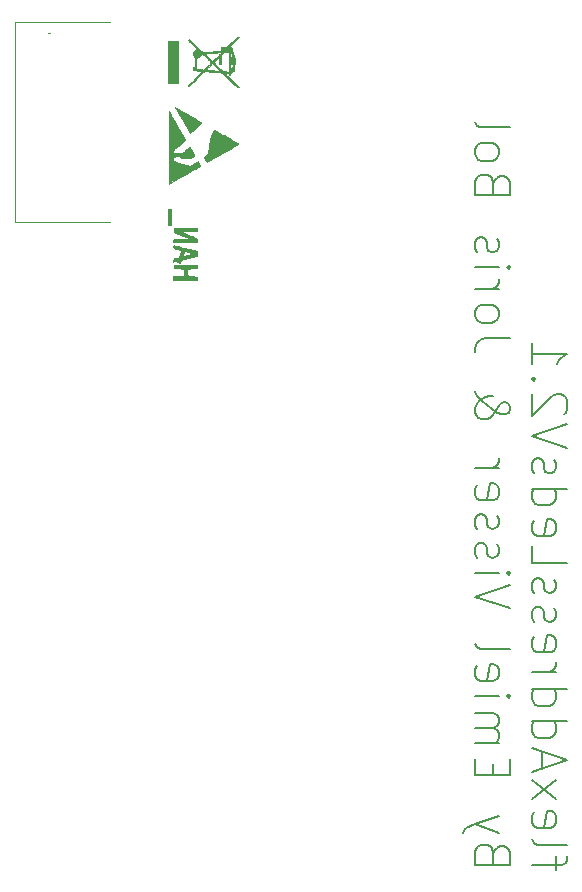
<source format=gbr>
%TF.GenerationSoftware,KiCad,Pcbnew,7.0.9*%
%TF.CreationDate,2023-12-18T15:10:48+01:00*%
%TF.ProjectId,flexAddressLedsV2,666c6578-4164-4647-9265-73734c656473,rev?*%
%TF.SameCoordinates,Original*%
%TF.FileFunction,Legend,Bot*%
%TF.FilePolarity,Positive*%
%FSLAX46Y46*%
G04 Gerber Fmt 4.6, Leading zero omitted, Abs format (unit mm)*
G04 Created by KiCad (PCBNEW 7.0.9) date 2023-12-18 15:10:48*
%MOMM*%
%LPD*%
G01*
G04 APERTURE LIST*
%ADD10C,0.150000*%
%ADD11C,0.100000*%
%ADD12C,0.120000*%
%ADD13C,0.010000*%
G04 APERTURE END LIST*
D10*
X75704942Y-103215601D02*
X75704942Y-102072744D01*
X73704942Y-102787030D02*
X76276371Y-102787030D01*
X76276371Y-102787030D02*
X76562085Y-102644173D01*
X76562085Y-102644173D02*
X76704942Y-102358458D01*
X76704942Y-102358458D02*
X76704942Y-102072744D01*
X73704942Y-100644172D02*
X73847800Y-100929887D01*
X73847800Y-100929887D02*
X74133514Y-101072744D01*
X74133514Y-101072744D02*
X76704942Y-101072744D01*
X73847800Y-98358458D02*
X73704942Y-98644172D01*
X73704942Y-98644172D02*
X73704942Y-99215601D01*
X73704942Y-99215601D02*
X73847800Y-99501315D01*
X73847800Y-99501315D02*
X74133514Y-99644172D01*
X74133514Y-99644172D02*
X75276371Y-99644172D01*
X75276371Y-99644172D02*
X75562085Y-99501315D01*
X75562085Y-99501315D02*
X75704942Y-99215601D01*
X75704942Y-99215601D02*
X75704942Y-98644172D01*
X75704942Y-98644172D02*
X75562085Y-98358458D01*
X75562085Y-98358458D02*
X75276371Y-98215601D01*
X75276371Y-98215601D02*
X74990657Y-98215601D01*
X74990657Y-98215601D02*
X74704942Y-99644172D01*
X73704942Y-97215600D02*
X75704942Y-95644172D01*
X75704942Y-97215600D02*
X73704942Y-95644172D01*
X74562085Y-94644172D02*
X74562085Y-93215601D01*
X73704942Y-94929886D02*
X76704942Y-93929886D01*
X76704942Y-93929886D02*
X73704942Y-92929886D01*
X73704942Y-90644172D02*
X76704942Y-90644172D01*
X73847800Y-90644172D02*
X73704942Y-90929886D01*
X73704942Y-90929886D02*
X73704942Y-91501314D01*
X73704942Y-91501314D02*
X73847800Y-91787029D01*
X73847800Y-91787029D02*
X73990657Y-91929886D01*
X73990657Y-91929886D02*
X74276371Y-92072743D01*
X74276371Y-92072743D02*
X75133514Y-92072743D01*
X75133514Y-92072743D02*
X75419228Y-91929886D01*
X75419228Y-91929886D02*
X75562085Y-91787029D01*
X75562085Y-91787029D02*
X75704942Y-91501314D01*
X75704942Y-91501314D02*
X75704942Y-90929886D01*
X75704942Y-90929886D02*
X75562085Y-90644172D01*
X73704942Y-87929886D02*
X76704942Y-87929886D01*
X73847800Y-87929886D02*
X73704942Y-88215600D01*
X73704942Y-88215600D02*
X73704942Y-88787028D01*
X73704942Y-88787028D02*
X73847800Y-89072743D01*
X73847800Y-89072743D02*
X73990657Y-89215600D01*
X73990657Y-89215600D02*
X74276371Y-89358457D01*
X74276371Y-89358457D02*
X75133514Y-89358457D01*
X75133514Y-89358457D02*
X75419228Y-89215600D01*
X75419228Y-89215600D02*
X75562085Y-89072743D01*
X75562085Y-89072743D02*
X75704942Y-88787028D01*
X75704942Y-88787028D02*
X75704942Y-88215600D01*
X75704942Y-88215600D02*
X75562085Y-87929886D01*
X73704942Y-86501314D02*
X75704942Y-86501314D01*
X75133514Y-86501314D02*
X75419228Y-86358457D01*
X75419228Y-86358457D02*
X75562085Y-86215600D01*
X75562085Y-86215600D02*
X75704942Y-85929885D01*
X75704942Y-85929885D02*
X75704942Y-85644171D01*
X73847800Y-83501314D02*
X73704942Y-83787028D01*
X73704942Y-83787028D02*
X73704942Y-84358457D01*
X73704942Y-84358457D02*
X73847800Y-84644171D01*
X73847800Y-84644171D02*
X74133514Y-84787028D01*
X74133514Y-84787028D02*
X75276371Y-84787028D01*
X75276371Y-84787028D02*
X75562085Y-84644171D01*
X75562085Y-84644171D02*
X75704942Y-84358457D01*
X75704942Y-84358457D02*
X75704942Y-83787028D01*
X75704942Y-83787028D02*
X75562085Y-83501314D01*
X75562085Y-83501314D02*
X75276371Y-83358457D01*
X75276371Y-83358457D02*
X74990657Y-83358457D01*
X74990657Y-83358457D02*
X74704942Y-84787028D01*
X73847800Y-82215599D02*
X73704942Y-81929885D01*
X73704942Y-81929885D02*
X73704942Y-81358456D01*
X73704942Y-81358456D02*
X73847800Y-81072742D01*
X73847800Y-81072742D02*
X74133514Y-80929885D01*
X74133514Y-80929885D02*
X74276371Y-80929885D01*
X74276371Y-80929885D02*
X74562085Y-81072742D01*
X74562085Y-81072742D02*
X74704942Y-81358456D01*
X74704942Y-81358456D02*
X74704942Y-81787028D01*
X74704942Y-81787028D02*
X74847800Y-82072742D01*
X74847800Y-82072742D02*
X75133514Y-82215599D01*
X75133514Y-82215599D02*
X75276371Y-82215599D01*
X75276371Y-82215599D02*
X75562085Y-82072742D01*
X75562085Y-82072742D02*
X75704942Y-81787028D01*
X75704942Y-81787028D02*
X75704942Y-81358456D01*
X75704942Y-81358456D02*
X75562085Y-81072742D01*
X73847800Y-79787028D02*
X73704942Y-79501314D01*
X73704942Y-79501314D02*
X73704942Y-78929885D01*
X73704942Y-78929885D02*
X73847800Y-78644171D01*
X73847800Y-78644171D02*
X74133514Y-78501314D01*
X74133514Y-78501314D02*
X74276371Y-78501314D01*
X74276371Y-78501314D02*
X74562085Y-78644171D01*
X74562085Y-78644171D02*
X74704942Y-78929885D01*
X74704942Y-78929885D02*
X74704942Y-79358457D01*
X74704942Y-79358457D02*
X74847800Y-79644171D01*
X74847800Y-79644171D02*
X75133514Y-79787028D01*
X75133514Y-79787028D02*
X75276371Y-79787028D01*
X75276371Y-79787028D02*
X75562085Y-79644171D01*
X75562085Y-79644171D02*
X75704942Y-79358457D01*
X75704942Y-79358457D02*
X75704942Y-78929885D01*
X75704942Y-78929885D02*
X75562085Y-78644171D01*
X73704942Y-75787028D02*
X73704942Y-77215600D01*
X73704942Y-77215600D02*
X76704942Y-77215600D01*
X73847800Y-73644172D02*
X73704942Y-73929886D01*
X73704942Y-73929886D02*
X73704942Y-74501315D01*
X73704942Y-74501315D02*
X73847800Y-74787029D01*
X73847800Y-74787029D02*
X74133514Y-74929886D01*
X74133514Y-74929886D02*
X75276371Y-74929886D01*
X75276371Y-74929886D02*
X75562085Y-74787029D01*
X75562085Y-74787029D02*
X75704942Y-74501315D01*
X75704942Y-74501315D02*
X75704942Y-73929886D01*
X75704942Y-73929886D02*
X75562085Y-73644172D01*
X75562085Y-73644172D02*
X75276371Y-73501315D01*
X75276371Y-73501315D02*
X74990657Y-73501315D01*
X74990657Y-73501315D02*
X74704942Y-74929886D01*
X73704942Y-70929886D02*
X76704942Y-70929886D01*
X73847800Y-70929886D02*
X73704942Y-71215600D01*
X73704942Y-71215600D02*
X73704942Y-71787028D01*
X73704942Y-71787028D02*
X73847800Y-72072743D01*
X73847800Y-72072743D02*
X73990657Y-72215600D01*
X73990657Y-72215600D02*
X74276371Y-72358457D01*
X74276371Y-72358457D02*
X75133514Y-72358457D01*
X75133514Y-72358457D02*
X75419228Y-72215600D01*
X75419228Y-72215600D02*
X75562085Y-72072743D01*
X75562085Y-72072743D02*
X75704942Y-71787028D01*
X75704942Y-71787028D02*
X75704942Y-71215600D01*
X75704942Y-71215600D02*
X75562085Y-70929886D01*
X73847800Y-69644171D02*
X73704942Y-69358457D01*
X73704942Y-69358457D02*
X73704942Y-68787028D01*
X73704942Y-68787028D02*
X73847800Y-68501314D01*
X73847800Y-68501314D02*
X74133514Y-68358457D01*
X74133514Y-68358457D02*
X74276371Y-68358457D01*
X74276371Y-68358457D02*
X74562085Y-68501314D01*
X74562085Y-68501314D02*
X74704942Y-68787028D01*
X74704942Y-68787028D02*
X74704942Y-69215600D01*
X74704942Y-69215600D02*
X74847800Y-69501314D01*
X74847800Y-69501314D02*
X75133514Y-69644171D01*
X75133514Y-69644171D02*
X75276371Y-69644171D01*
X75276371Y-69644171D02*
X75562085Y-69501314D01*
X75562085Y-69501314D02*
X75704942Y-69215600D01*
X75704942Y-69215600D02*
X75704942Y-68787028D01*
X75704942Y-68787028D02*
X75562085Y-68501314D01*
X76704942Y-67501314D02*
X73704942Y-66501314D01*
X73704942Y-66501314D02*
X76704942Y-65501314D01*
X76419228Y-64644171D02*
X76562085Y-64501314D01*
X76562085Y-64501314D02*
X76704942Y-64215600D01*
X76704942Y-64215600D02*
X76704942Y-63501314D01*
X76704942Y-63501314D02*
X76562085Y-63215600D01*
X76562085Y-63215600D02*
X76419228Y-63072742D01*
X76419228Y-63072742D02*
X76133514Y-62929885D01*
X76133514Y-62929885D02*
X75847800Y-62929885D01*
X75847800Y-62929885D02*
X75419228Y-63072742D01*
X75419228Y-63072742D02*
X73704942Y-64787028D01*
X73704942Y-64787028D02*
X73704942Y-62929885D01*
X73990657Y-61644171D02*
X73847800Y-61501314D01*
X73847800Y-61501314D02*
X73704942Y-61644171D01*
X73704942Y-61644171D02*
X73847800Y-61787028D01*
X73847800Y-61787028D02*
X73990657Y-61644171D01*
X73990657Y-61644171D02*
X73704942Y-61644171D01*
X73704942Y-58644171D02*
X73704942Y-60358457D01*
X73704942Y-59501314D02*
X76704942Y-59501314D01*
X76704942Y-59501314D02*
X76276371Y-59787028D01*
X76276371Y-59787028D02*
X75990657Y-60072743D01*
X75990657Y-60072743D02*
X75847800Y-60358457D01*
X70446371Y-101787030D02*
X70303514Y-101358458D01*
X70303514Y-101358458D02*
X70160657Y-101215601D01*
X70160657Y-101215601D02*
X69874942Y-101072744D01*
X69874942Y-101072744D02*
X69446371Y-101072744D01*
X69446371Y-101072744D02*
X69160657Y-101215601D01*
X69160657Y-101215601D02*
X69017800Y-101358458D01*
X69017800Y-101358458D02*
X68874942Y-101644173D01*
X68874942Y-101644173D02*
X68874942Y-102787030D01*
X68874942Y-102787030D02*
X71874942Y-102787030D01*
X71874942Y-102787030D02*
X71874942Y-101787030D01*
X71874942Y-101787030D02*
X71732085Y-101501316D01*
X71732085Y-101501316D02*
X71589228Y-101358458D01*
X71589228Y-101358458D02*
X71303514Y-101215601D01*
X71303514Y-101215601D02*
X71017800Y-101215601D01*
X71017800Y-101215601D02*
X70732085Y-101358458D01*
X70732085Y-101358458D02*
X70589228Y-101501316D01*
X70589228Y-101501316D02*
X70446371Y-101787030D01*
X70446371Y-101787030D02*
X70446371Y-102787030D01*
X70874942Y-100072744D02*
X68874942Y-99358458D01*
X70874942Y-98644173D02*
X68874942Y-99358458D01*
X68874942Y-99358458D02*
X68160657Y-99644173D01*
X68160657Y-99644173D02*
X68017800Y-99787030D01*
X68017800Y-99787030D02*
X67874942Y-100072744D01*
X70446371Y-95215602D02*
X70446371Y-94215602D01*
X68874942Y-93787030D02*
X68874942Y-95215602D01*
X68874942Y-95215602D02*
X71874942Y-95215602D01*
X71874942Y-95215602D02*
X71874942Y-93787030D01*
X68874942Y-92501316D02*
X70874942Y-92501316D01*
X70589228Y-92501316D02*
X70732085Y-92358459D01*
X70732085Y-92358459D02*
X70874942Y-92072744D01*
X70874942Y-92072744D02*
X70874942Y-91644173D01*
X70874942Y-91644173D02*
X70732085Y-91358459D01*
X70732085Y-91358459D02*
X70446371Y-91215602D01*
X70446371Y-91215602D02*
X68874942Y-91215602D01*
X70446371Y-91215602D02*
X70732085Y-91072744D01*
X70732085Y-91072744D02*
X70874942Y-90787030D01*
X70874942Y-90787030D02*
X70874942Y-90358459D01*
X70874942Y-90358459D02*
X70732085Y-90072744D01*
X70732085Y-90072744D02*
X70446371Y-89929887D01*
X70446371Y-89929887D02*
X68874942Y-89929887D01*
X68874942Y-88501316D02*
X70874942Y-88501316D01*
X71874942Y-88501316D02*
X71732085Y-88644173D01*
X71732085Y-88644173D02*
X71589228Y-88501316D01*
X71589228Y-88501316D02*
X71732085Y-88358459D01*
X71732085Y-88358459D02*
X71874942Y-88501316D01*
X71874942Y-88501316D02*
X71589228Y-88501316D01*
X69017800Y-85929888D02*
X68874942Y-86215602D01*
X68874942Y-86215602D02*
X68874942Y-86787031D01*
X68874942Y-86787031D02*
X69017800Y-87072745D01*
X69017800Y-87072745D02*
X69303514Y-87215602D01*
X69303514Y-87215602D02*
X70446371Y-87215602D01*
X70446371Y-87215602D02*
X70732085Y-87072745D01*
X70732085Y-87072745D02*
X70874942Y-86787031D01*
X70874942Y-86787031D02*
X70874942Y-86215602D01*
X70874942Y-86215602D02*
X70732085Y-85929888D01*
X70732085Y-85929888D02*
X70446371Y-85787031D01*
X70446371Y-85787031D02*
X70160657Y-85787031D01*
X70160657Y-85787031D02*
X69874942Y-87215602D01*
X68874942Y-84072744D02*
X69017800Y-84358459D01*
X69017800Y-84358459D02*
X69303514Y-84501316D01*
X69303514Y-84501316D02*
X71874942Y-84501316D01*
X71874942Y-81072744D02*
X68874942Y-80072744D01*
X68874942Y-80072744D02*
X71874942Y-79072744D01*
X68874942Y-78072744D02*
X70874942Y-78072744D01*
X71874942Y-78072744D02*
X71732085Y-78215601D01*
X71732085Y-78215601D02*
X71589228Y-78072744D01*
X71589228Y-78072744D02*
X71732085Y-77929887D01*
X71732085Y-77929887D02*
X71874942Y-78072744D01*
X71874942Y-78072744D02*
X71589228Y-78072744D01*
X69017800Y-76787030D02*
X68874942Y-76501316D01*
X68874942Y-76501316D02*
X68874942Y-75929887D01*
X68874942Y-75929887D02*
X69017800Y-75644173D01*
X69017800Y-75644173D02*
X69303514Y-75501316D01*
X69303514Y-75501316D02*
X69446371Y-75501316D01*
X69446371Y-75501316D02*
X69732085Y-75644173D01*
X69732085Y-75644173D02*
X69874942Y-75929887D01*
X69874942Y-75929887D02*
X69874942Y-76358459D01*
X69874942Y-76358459D02*
X70017800Y-76644173D01*
X70017800Y-76644173D02*
X70303514Y-76787030D01*
X70303514Y-76787030D02*
X70446371Y-76787030D01*
X70446371Y-76787030D02*
X70732085Y-76644173D01*
X70732085Y-76644173D02*
X70874942Y-76358459D01*
X70874942Y-76358459D02*
X70874942Y-75929887D01*
X70874942Y-75929887D02*
X70732085Y-75644173D01*
X69017800Y-74358459D02*
X68874942Y-74072745D01*
X68874942Y-74072745D02*
X68874942Y-73501316D01*
X68874942Y-73501316D02*
X69017800Y-73215602D01*
X69017800Y-73215602D02*
X69303514Y-73072745D01*
X69303514Y-73072745D02*
X69446371Y-73072745D01*
X69446371Y-73072745D02*
X69732085Y-73215602D01*
X69732085Y-73215602D02*
X69874942Y-73501316D01*
X69874942Y-73501316D02*
X69874942Y-73929888D01*
X69874942Y-73929888D02*
X70017800Y-74215602D01*
X70017800Y-74215602D02*
X70303514Y-74358459D01*
X70303514Y-74358459D02*
X70446371Y-74358459D01*
X70446371Y-74358459D02*
X70732085Y-74215602D01*
X70732085Y-74215602D02*
X70874942Y-73929888D01*
X70874942Y-73929888D02*
X70874942Y-73501316D01*
X70874942Y-73501316D02*
X70732085Y-73215602D01*
X69017800Y-70644174D02*
X68874942Y-70929888D01*
X68874942Y-70929888D02*
X68874942Y-71501317D01*
X68874942Y-71501317D02*
X69017800Y-71787031D01*
X69017800Y-71787031D02*
X69303514Y-71929888D01*
X69303514Y-71929888D02*
X70446371Y-71929888D01*
X70446371Y-71929888D02*
X70732085Y-71787031D01*
X70732085Y-71787031D02*
X70874942Y-71501317D01*
X70874942Y-71501317D02*
X70874942Y-70929888D01*
X70874942Y-70929888D02*
X70732085Y-70644174D01*
X70732085Y-70644174D02*
X70446371Y-70501317D01*
X70446371Y-70501317D02*
X70160657Y-70501317D01*
X70160657Y-70501317D02*
X69874942Y-71929888D01*
X68874942Y-69215602D02*
X70874942Y-69215602D01*
X70303514Y-69215602D02*
X70589228Y-69072745D01*
X70589228Y-69072745D02*
X70732085Y-68929888D01*
X70732085Y-68929888D02*
X70874942Y-68644173D01*
X70874942Y-68644173D02*
X70874942Y-68358459D01*
X68874942Y-62644173D02*
X68874942Y-62787031D01*
X68874942Y-62787031D02*
X69017800Y-63072745D01*
X69017800Y-63072745D02*
X69446371Y-63501316D01*
X69446371Y-63501316D02*
X70303514Y-64215602D01*
X70303514Y-64215602D02*
X70732085Y-64501316D01*
X70732085Y-64501316D02*
X71160657Y-64644173D01*
X71160657Y-64644173D02*
X71446371Y-64644173D01*
X71446371Y-64644173D02*
X71732085Y-64501316D01*
X71732085Y-64501316D02*
X71874942Y-64215602D01*
X71874942Y-64215602D02*
X71874942Y-64072745D01*
X71874942Y-64072745D02*
X71732085Y-63787031D01*
X71732085Y-63787031D02*
X71446371Y-63644173D01*
X71446371Y-63644173D02*
X71303514Y-63644173D01*
X71303514Y-63644173D02*
X71017800Y-63787031D01*
X71017800Y-63787031D02*
X70874942Y-63929888D01*
X70874942Y-63929888D02*
X70303514Y-64787031D01*
X70303514Y-64787031D02*
X70160657Y-64929888D01*
X70160657Y-64929888D02*
X69874942Y-65072745D01*
X69874942Y-65072745D02*
X69446371Y-65072745D01*
X69446371Y-65072745D02*
X69160657Y-64929888D01*
X69160657Y-64929888D02*
X69017800Y-64787031D01*
X69017800Y-64787031D02*
X68874942Y-64501316D01*
X68874942Y-64501316D02*
X68874942Y-64072745D01*
X68874942Y-64072745D02*
X69017800Y-63787031D01*
X69017800Y-63787031D02*
X69160657Y-63644173D01*
X69160657Y-63644173D02*
X69732085Y-63215602D01*
X69732085Y-63215602D02*
X70160657Y-63072745D01*
X70160657Y-63072745D02*
X70446371Y-63072745D01*
X71874942Y-58215602D02*
X69732085Y-58215602D01*
X69732085Y-58215602D02*
X69303514Y-58358459D01*
X69303514Y-58358459D02*
X69017800Y-58644173D01*
X69017800Y-58644173D02*
X68874942Y-59072745D01*
X68874942Y-59072745D02*
X68874942Y-59358459D01*
X68874942Y-56358459D02*
X69017800Y-56644174D01*
X69017800Y-56644174D02*
X69160657Y-56787031D01*
X69160657Y-56787031D02*
X69446371Y-56929888D01*
X69446371Y-56929888D02*
X70303514Y-56929888D01*
X70303514Y-56929888D02*
X70589228Y-56787031D01*
X70589228Y-56787031D02*
X70732085Y-56644174D01*
X70732085Y-56644174D02*
X70874942Y-56358459D01*
X70874942Y-56358459D02*
X70874942Y-55929888D01*
X70874942Y-55929888D02*
X70732085Y-55644174D01*
X70732085Y-55644174D02*
X70589228Y-55501317D01*
X70589228Y-55501317D02*
X70303514Y-55358459D01*
X70303514Y-55358459D02*
X69446371Y-55358459D01*
X69446371Y-55358459D02*
X69160657Y-55501317D01*
X69160657Y-55501317D02*
X69017800Y-55644174D01*
X69017800Y-55644174D02*
X68874942Y-55929888D01*
X68874942Y-55929888D02*
X68874942Y-56358459D01*
X68874942Y-54072745D02*
X70874942Y-54072745D01*
X70303514Y-54072745D02*
X70589228Y-53929888D01*
X70589228Y-53929888D02*
X70732085Y-53787031D01*
X70732085Y-53787031D02*
X70874942Y-53501316D01*
X70874942Y-53501316D02*
X70874942Y-53215602D01*
X68874942Y-52215602D02*
X70874942Y-52215602D01*
X71874942Y-52215602D02*
X71732085Y-52358459D01*
X71732085Y-52358459D02*
X71589228Y-52215602D01*
X71589228Y-52215602D02*
X71732085Y-52072745D01*
X71732085Y-52072745D02*
X71874942Y-52215602D01*
X71874942Y-52215602D02*
X71589228Y-52215602D01*
X69017800Y-50929888D02*
X68874942Y-50644174D01*
X68874942Y-50644174D02*
X68874942Y-50072745D01*
X68874942Y-50072745D02*
X69017800Y-49787031D01*
X69017800Y-49787031D02*
X69303514Y-49644174D01*
X69303514Y-49644174D02*
X69446371Y-49644174D01*
X69446371Y-49644174D02*
X69732085Y-49787031D01*
X69732085Y-49787031D02*
X69874942Y-50072745D01*
X69874942Y-50072745D02*
X69874942Y-50501317D01*
X69874942Y-50501317D02*
X70017800Y-50787031D01*
X70017800Y-50787031D02*
X70303514Y-50929888D01*
X70303514Y-50929888D02*
X70446371Y-50929888D01*
X70446371Y-50929888D02*
X70732085Y-50787031D01*
X70732085Y-50787031D02*
X70874942Y-50501317D01*
X70874942Y-50501317D02*
X70874942Y-50072745D01*
X70874942Y-50072745D02*
X70732085Y-49787031D01*
X70446371Y-45072746D02*
X70303514Y-44644174D01*
X70303514Y-44644174D02*
X70160657Y-44501317D01*
X70160657Y-44501317D02*
X69874942Y-44358460D01*
X69874942Y-44358460D02*
X69446371Y-44358460D01*
X69446371Y-44358460D02*
X69160657Y-44501317D01*
X69160657Y-44501317D02*
X69017800Y-44644174D01*
X69017800Y-44644174D02*
X68874942Y-44929889D01*
X68874942Y-44929889D02*
X68874942Y-46072746D01*
X68874942Y-46072746D02*
X71874942Y-46072746D01*
X71874942Y-46072746D02*
X71874942Y-45072746D01*
X71874942Y-45072746D02*
X71732085Y-44787032D01*
X71732085Y-44787032D02*
X71589228Y-44644174D01*
X71589228Y-44644174D02*
X71303514Y-44501317D01*
X71303514Y-44501317D02*
X71017800Y-44501317D01*
X71017800Y-44501317D02*
X70732085Y-44644174D01*
X70732085Y-44644174D02*
X70589228Y-44787032D01*
X70589228Y-44787032D02*
X70446371Y-45072746D01*
X70446371Y-45072746D02*
X70446371Y-46072746D01*
X68874942Y-42644174D02*
X69017800Y-42929889D01*
X69017800Y-42929889D02*
X69160657Y-43072746D01*
X69160657Y-43072746D02*
X69446371Y-43215603D01*
X69446371Y-43215603D02*
X70303514Y-43215603D01*
X70303514Y-43215603D02*
X70589228Y-43072746D01*
X70589228Y-43072746D02*
X70732085Y-42929889D01*
X70732085Y-42929889D02*
X70874942Y-42644174D01*
X70874942Y-42644174D02*
X70874942Y-42215603D01*
X70874942Y-42215603D02*
X70732085Y-41929889D01*
X70732085Y-41929889D02*
X70589228Y-41787032D01*
X70589228Y-41787032D02*
X70303514Y-41644174D01*
X70303514Y-41644174D02*
X69446371Y-41644174D01*
X69446371Y-41644174D02*
X69160657Y-41787032D01*
X69160657Y-41787032D02*
X69017800Y-41929889D01*
X69017800Y-41929889D02*
X68874942Y-42215603D01*
X68874942Y-42215603D02*
X68874942Y-42644174D01*
X68874942Y-39929888D02*
X69017800Y-40215603D01*
X69017800Y-40215603D02*
X69303514Y-40358460D01*
X69303514Y-40358460D02*
X71874942Y-40358460D01*
D11*
%TO.C,J1*%
X32898000Y-32400000D02*
G75*
G03*
X32798000Y-32400000I-50000J0D01*
G01*
X32798000Y-32400000D02*
G75*
G03*
X32898000Y-32400000I50000J0D01*
G01*
D12*
X29900000Y-48395000D02*
X38000000Y-48395000D01*
D11*
X32798000Y-32400000D02*
X32798000Y-32400000D01*
X32848000Y-32350000D02*
X32898000Y-32400000D01*
D12*
X29900000Y-31400000D02*
X29900000Y-48395000D01*
X38000000Y-31400000D02*
X29900000Y-31400000D01*
%TO.C,REF\u002A\u002A*%
D13*
X42961696Y-38976054D02*
X42982917Y-39011311D01*
X43017080Y-39069221D01*
X43062829Y-39147430D01*
X43118810Y-39243583D01*
X43183667Y-39355323D01*
X43256046Y-39480296D01*
X43334591Y-39616146D01*
X43417946Y-39760518D01*
X43504757Y-39911056D01*
X43593668Y-40065405D01*
X43683324Y-40221210D01*
X43772371Y-40376116D01*
X43859452Y-40527766D01*
X43943212Y-40673806D01*
X44022297Y-40811881D01*
X44095351Y-40939634D01*
X44161019Y-41054711D01*
X44217946Y-41154756D01*
X44264776Y-41237414D01*
X44300154Y-41300329D01*
X44322726Y-41341147D01*
X44331136Y-41357511D01*
X44329051Y-41368189D01*
X44310092Y-41400358D01*
X44274968Y-41446221D01*
X44227331Y-41500740D01*
X44179644Y-41549845D01*
X44114684Y-41612389D01*
X44038845Y-41682368D01*
X43956302Y-41756196D01*
X43871232Y-41830285D01*
X43787810Y-41901048D01*
X43710211Y-41964898D01*
X43642611Y-42018247D01*
X43589186Y-42057509D01*
X43554111Y-42079095D01*
X43528495Y-42093506D01*
X43475484Y-42132643D01*
X43419088Y-42182958D01*
X43366538Y-42237276D01*
X43325070Y-42288424D01*
X43301914Y-42329227D01*
X43296562Y-42374292D01*
X43311355Y-42434426D01*
X43345274Y-42491579D01*
X43393947Y-42535933D01*
X43406575Y-42543613D01*
X43427257Y-42553392D01*
X43452146Y-42559765D01*
X43486591Y-42563142D01*
X43535938Y-42563931D01*
X43605536Y-42562541D01*
X43700732Y-42559381D01*
X43755798Y-42557116D01*
X43842883Y-42552304D01*
X43919101Y-42546625D01*
X43977751Y-42540608D01*
X44012134Y-42534783D01*
X44051412Y-42520679D01*
X44128760Y-42478866D01*
X44220409Y-42413895D01*
X44327433Y-42324970D01*
X44450910Y-42211300D01*
X44502934Y-42161972D01*
X44564304Y-42104938D01*
X44616335Y-42057864D01*
X44654734Y-42024624D01*
X44675204Y-42009089D01*
X44678454Y-42007492D01*
X44692447Y-42005577D01*
X44707961Y-42015145D01*
X44728341Y-42040115D01*
X44756929Y-42084406D01*
X44797068Y-42151938D01*
X44830578Y-42209347D01*
X44891877Y-42314992D01*
X44939491Y-42398171D01*
X44974967Y-42461678D01*
X44999851Y-42508306D01*
X45015687Y-42540850D01*
X45024023Y-42562104D01*
X45033272Y-42584097D01*
X45045693Y-42596951D01*
X45048622Y-42598154D01*
X45064916Y-42616961D01*
X45085902Y-42651335D01*
X45115190Y-42705719D01*
X45077808Y-42745874D01*
X45062664Y-42760057D01*
X45021507Y-42793055D01*
X44966555Y-42833346D01*
X44905469Y-42875182D01*
X44770511Y-42964336D01*
X44420638Y-42960837D01*
X44070765Y-42957339D01*
X44021267Y-42906393D01*
X44003621Y-42889274D01*
X43924340Y-42834376D01*
X43830065Y-42802330D01*
X43716220Y-42791412D01*
X43655221Y-42794123D01*
X43547622Y-42813261D01*
X43449417Y-42848141D01*
X43370618Y-42895742D01*
X43341886Y-42928795D01*
X43320063Y-42987549D01*
X43317546Y-43054061D01*
X43333172Y-43119816D01*
X43365780Y-43176301D01*
X43414207Y-43215003D01*
X43416832Y-43216270D01*
X43464775Y-43239663D01*
X43514878Y-43264439D01*
X43561913Y-43285472D01*
X43641190Y-43315644D01*
X43738928Y-43348932D01*
X43850772Y-43384179D01*
X43972366Y-43420229D01*
X44099355Y-43455925D01*
X44227384Y-43490110D01*
X44352098Y-43521627D01*
X44469141Y-43549320D01*
X44574157Y-43572032D01*
X44662791Y-43588606D01*
X44730688Y-43597885D01*
X44773493Y-43598714D01*
X44783218Y-43596847D01*
X44832444Y-43578658D01*
X44898301Y-43544907D01*
X44974835Y-43498555D01*
X45002415Y-43480764D01*
X45114878Y-43409282D01*
X45213228Y-43348520D01*
X45295168Y-43299817D01*
X45358395Y-43264514D01*
X45400610Y-43243952D01*
X45419513Y-43239469D01*
X45420180Y-43239988D01*
X45433795Y-43258545D01*
X45458681Y-43298202D01*
X45491524Y-43353526D01*
X45529012Y-43419084D01*
X45532124Y-43424626D01*
X45571288Y-43495807D01*
X45596264Y-43545381D01*
X45608842Y-43577906D01*
X45610811Y-43597942D01*
X45603960Y-43610047D01*
X45595375Y-43615802D01*
X45561654Y-43636365D01*
X45504800Y-43670179D01*
X45427032Y-43715950D01*
X45330568Y-43772383D01*
X45217629Y-43838184D01*
X45090432Y-43912058D01*
X44951197Y-43992711D01*
X44802143Y-44078848D01*
X44645488Y-44169175D01*
X44602479Y-44193947D01*
X44432425Y-44291900D01*
X44261246Y-44390509D01*
X44092438Y-44487760D01*
X43929497Y-44581638D01*
X43775918Y-44670131D01*
X43635199Y-44751222D01*
X43510834Y-44822898D01*
X43406320Y-44883144D01*
X43325153Y-44929947D01*
X42941829Y-45151030D01*
X42941829Y-42051076D01*
X42941841Y-41922921D01*
X42941958Y-41617500D01*
X42942198Y-41321432D01*
X42942556Y-41036159D01*
X42943024Y-40763123D01*
X42943597Y-40503765D01*
X42944268Y-40259527D01*
X42945032Y-40031849D01*
X42945881Y-39822174D01*
X42946811Y-39631943D01*
X42947814Y-39462597D01*
X42948885Y-39315578D01*
X42950017Y-39192327D01*
X42951204Y-39094286D01*
X42952441Y-39022896D01*
X42953720Y-38979598D01*
X42955037Y-38965835D01*
X42961696Y-38976054D01*
G36*
X42961696Y-38976054D02*
G01*
X42982917Y-39011311D01*
X43017080Y-39069221D01*
X43062829Y-39147430D01*
X43118810Y-39243583D01*
X43183667Y-39355323D01*
X43256046Y-39480296D01*
X43334591Y-39616146D01*
X43417946Y-39760518D01*
X43504757Y-39911056D01*
X43593668Y-40065405D01*
X43683324Y-40221210D01*
X43772371Y-40376116D01*
X43859452Y-40527766D01*
X43943212Y-40673806D01*
X44022297Y-40811881D01*
X44095351Y-40939634D01*
X44161019Y-41054711D01*
X44217946Y-41154756D01*
X44264776Y-41237414D01*
X44300154Y-41300329D01*
X44322726Y-41341147D01*
X44331136Y-41357511D01*
X44329051Y-41368189D01*
X44310092Y-41400358D01*
X44274968Y-41446221D01*
X44227331Y-41500740D01*
X44179644Y-41549845D01*
X44114684Y-41612389D01*
X44038845Y-41682368D01*
X43956302Y-41756196D01*
X43871232Y-41830285D01*
X43787810Y-41901048D01*
X43710211Y-41964898D01*
X43642611Y-42018247D01*
X43589186Y-42057509D01*
X43554111Y-42079095D01*
X43528495Y-42093506D01*
X43475484Y-42132643D01*
X43419088Y-42182958D01*
X43366538Y-42237276D01*
X43325070Y-42288424D01*
X43301914Y-42329227D01*
X43296562Y-42374292D01*
X43311355Y-42434426D01*
X43345274Y-42491579D01*
X43393947Y-42535933D01*
X43406575Y-42543613D01*
X43427257Y-42553392D01*
X43452146Y-42559765D01*
X43486591Y-42563142D01*
X43535938Y-42563931D01*
X43605536Y-42562541D01*
X43700732Y-42559381D01*
X43755798Y-42557116D01*
X43842883Y-42552304D01*
X43919101Y-42546625D01*
X43977751Y-42540608D01*
X44012134Y-42534783D01*
X44051412Y-42520679D01*
X44128760Y-42478866D01*
X44220409Y-42413895D01*
X44327433Y-42324970D01*
X44450910Y-42211300D01*
X44502934Y-42161972D01*
X44564304Y-42104938D01*
X44616335Y-42057864D01*
X44654734Y-42024624D01*
X44675204Y-42009089D01*
X44678454Y-42007492D01*
X44692447Y-42005577D01*
X44707961Y-42015145D01*
X44728341Y-42040115D01*
X44756929Y-42084406D01*
X44797068Y-42151938D01*
X44830578Y-42209347D01*
X44891877Y-42314992D01*
X44939491Y-42398171D01*
X44974967Y-42461678D01*
X44999851Y-42508306D01*
X45015687Y-42540850D01*
X45024023Y-42562104D01*
X45033272Y-42584097D01*
X45045693Y-42596951D01*
X45048622Y-42598154D01*
X45064916Y-42616961D01*
X45085902Y-42651335D01*
X45115190Y-42705719D01*
X45077808Y-42745874D01*
X45062664Y-42760057D01*
X45021507Y-42793055D01*
X44966555Y-42833346D01*
X44905469Y-42875182D01*
X44770511Y-42964336D01*
X44420638Y-42960837D01*
X44070765Y-42957339D01*
X44021267Y-42906393D01*
X44003621Y-42889274D01*
X43924340Y-42834376D01*
X43830065Y-42802330D01*
X43716220Y-42791412D01*
X43655221Y-42794123D01*
X43547622Y-42813261D01*
X43449417Y-42848141D01*
X43370618Y-42895742D01*
X43341886Y-42928795D01*
X43320063Y-42987549D01*
X43317546Y-43054061D01*
X43333172Y-43119816D01*
X43365780Y-43176301D01*
X43414207Y-43215003D01*
X43416832Y-43216270D01*
X43464775Y-43239663D01*
X43514878Y-43264439D01*
X43561913Y-43285472D01*
X43641190Y-43315644D01*
X43738928Y-43348932D01*
X43850772Y-43384179D01*
X43972366Y-43420229D01*
X44099355Y-43455925D01*
X44227384Y-43490110D01*
X44352098Y-43521627D01*
X44469141Y-43549320D01*
X44574157Y-43572032D01*
X44662791Y-43588606D01*
X44730688Y-43597885D01*
X44773493Y-43598714D01*
X44783218Y-43596847D01*
X44832444Y-43578658D01*
X44898301Y-43544907D01*
X44974835Y-43498555D01*
X45002415Y-43480764D01*
X45114878Y-43409282D01*
X45213228Y-43348520D01*
X45295168Y-43299817D01*
X45358395Y-43264514D01*
X45400610Y-43243952D01*
X45419513Y-43239469D01*
X45420180Y-43239988D01*
X45433795Y-43258545D01*
X45458681Y-43298202D01*
X45491524Y-43353526D01*
X45529012Y-43419084D01*
X45532124Y-43424626D01*
X45571288Y-43495807D01*
X45596264Y-43545381D01*
X45608842Y-43577906D01*
X45610811Y-43597942D01*
X45603960Y-43610047D01*
X45595375Y-43615802D01*
X45561654Y-43636365D01*
X45504800Y-43670179D01*
X45427032Y-43715950D01*
X45330568Y-43772383D01*
X45217629Y-43838184D01*
X45090432Y-43912058D01*
X44951197Y-43992711D01*
X44802143Y-44078848D01*
X44645488Y-44169175D01*
X44602479Y-44193947D01*
X44432425Y-44291900D01*
X44261246Y-44390509D01*
X44092438Y-44487760D01*
X43929497Y-44581638D01*
X43775918Y-44670131D01*
X43635199Y-44751222D01*
X43510834Y-44822898D01*
X43406320Y-44883144D01*
X43325153Y-44929947D01*
X42941829Y-45151030D01*
X42941829Y-42051076D01*
X42941841Y-41922921D01*
X42941958Y-41617500D01*
X42942198Y-41321432D01*
X42942556Y-41036159D01*
X42943024Y-40763123D01*
X42943597Y-40503765D01*
X42944268Y-40259527D01*
X42945032Y-40031849D01*
X42945881Y-39822174D01*
X42946811Y-39631943D01*
X42947814Y-39462597D01*
X42948885Y-39315578D01*
X42950017Y-39192327D01*
X42951204Y-39094286D01*
X42952441Y-39022896D01*
X42953720Y-38979598D01*
X42955037Y-38965835D01*
X42961696Y-38976054D01*
G37*
X46787630Y-40568446D02*
X46809138Y-40579280D01*
X46854178Y-40603845D01*
X46920228Y-40640685D01*
X47004767Y-40688347D01*
X47105273Y-40745376D01*
X47219224Y-40810318D01*
X47344099Y-40881719D01*
X47477376Y-40958124D01*
X47616533Y-41038079D01*
X47759049Y-41120130D01*
X47902402Y-41202822D01*
X48044070Y-41284701D01*
X48181532Y-41364313D01*
X48312266Y-41440204D01*
X48433750Y-41510919D01*
X48543462Y-41575004D01*
X48638882Y-41631004D01*
X48717486Y-41677466D01*
X48776755Y-41712935D01*
X48814165Y-41735957D01*
X48827195Y-41745077D01*
X48826825Y-41745560D01*
X48809489Y-41757093D01*
X48767838Y-41782500D01*
X48704089Y-41820507D01*
X48620455Y-41869837D01*
X48519151Y-41929213D01*
X48402391Y-41997359D01*
X48272392Y-42073000D01*
X48131367Y-42154859D01*
X47981532Y-42241660D01*
X47825100Y-42332126D01*
X47664287Y-42424982D01*
X47501307Y-42518951D01*
X47338376Y-42612757D01*
X47177708Y-42705124D01*
X47021518Y-42794776D01*
X46872020Y-42880436D01*
X46731429Y-42960828D01*
X46601960Y-43034677D01*
X46485828Y-43100705D01*
X46385248Y-43157637D01*
X46302433Y-43204197D01*
X46239600Y-43239108D01*
X46198963Y-43261094D01*
X46182736Y-43268879D01*
X46182612Y-43268887D01*
X46165584Y-43256333D01*
X46136721Y-43220258D01*
X46098753Y-43164417D01*
X46054413Y-43092561D01*
X46026048Y-43044373D01*
X45986604Y-42975032D01*
X45961746Y-42926734D01*
X45950076Y-42896242D01*
X45950194Y-42880320D01*
X45960703Y-42875732D01*
X45962417Y-42875382D01*
X45983318Y-42862268D01*
X46018861Y-42834000D01*
X46062417Y-42795786D01*
X46081125Y-42778155D01*
X46131488Y-42723482D01*
X46174535Y-42663022D01*
X46211527Y-42593182D01*
X46243727Y-42510370D01*
X46272398Y-42410992D01*
X46298802Y-42291455D01*
X46324200Y-42148166D01*
X46349855Y-41977531D01*
X46378773Y-41781134D01*
X46409827Y-41591274D01*
X46440956Y-41425260D01*
X46473058Y-41279382D01*
X46507031Y-41149927D01*
X46543774Y-41033183D01*
X46584183Y-40925440D01*
X46629157Y-40822985D01*
X46666246Y-40747688D01*
X46705275Y-40675765D01*
X46740118Y-40618886D01*
X46768035Y-40581499D01*
X46786286Y-40568049D01*
X46787630Y-40568446D01*
G36*
X46787630Y-40568446D02*
G01*
X46809138Y-40579280D01*
X46854178Y-40603845D01*
X46920228Y-40640685D01*
X47004767Y-40688347D01*
X47105273Y-40745376D01*
X47219224Y-40810318D01*
X47344099Y-40881719D01*
X47477376Y-40958124D01*
X47616533Y-41038079D01*
X47759049Y-41120130D01*
X47902402Y-41202822D01*
X48044070Y-41284701D01*
X48181532Y-41364313D01*
X48312266Y-41440204D01*
X48433750Y-41510919D01*
X48543462Y-41575004D01*
X48638882Y-41631004D01*
X48717486Y-41677466D01*
X48776755Y-41712935D01*
X48814165Y-41735957D01*
X48827195Y-41745077D01*
X48826825Y-41745560D01*
X48809489Y-41757093D01*
X48767838Y-41782500D01*
X48704089Y-41820507D01*
X48620455Y-41869837D01*
X48519151Y-41929213D01*
X48402391Y-41997359D01*
X48272392Y-42073000D01*
X48131367Y-42154859D01*
X47981532Y-42241660D01*
X47825100Y-42332126D01*
X47664287Y-42424982D01*
X47501307Y-42518951D01*
X47338376Y-42612757D01*
X47177708Y-42705124D01*
X47021518Y-42794776D01*
X46872020Y-42880436D01*
X46731429Y-42960828D01*
X46601960Y-43034677D01*
X46485828Y-43100705D01*
X46385248Y-43157637D01*
X46302433Y-43204197D01*
X46239600Y-43239108D01*
X46198963Y-43261094D01*
X46182736Y-43268879D01*
X46182612Y-43268887D01*
X46165584Y-43256333D01*
X46136721Y-43220258D01*
X46098753Y-43164417D01*
X46054413Y-43092561D01*
X46026048Y-43044373D01*
X45986604Y-42975032D01*
X45961746Y-42926734D01*
X45950076Y-42896242D01*
X45950194Y-42880320D01*
X45960703Y-42875732D01*
X45962417Y-42875382D01*
X45983318Y-42862268D01*
X46018861Y-42834000D01*
X46062417Y-42795786D01*
X46081125Y-42778155D01*
X46131488Y-42723482D01*
X46174535Y-42663022D01*
X46211527Y-42593182D01*
X46243727Y-42510370D01*
X46272398Y-42410992D01*
X46298802Y-42291455D01*
X46324200Y-42148166D01*
X46349855Y-41977531D01*
X46378773Y-41781134D01*
X46409827Y-41591274D01*
X46440956Y-41425260D01*
X46473058Y-41279382D01*
X46507031Y-41149927D01*
X46543774Y-41033183D01*
X46584183Y-40925440D01*
X46629157Y-40822985D01*
X46666246Y-40747688D01*
X46705275Y-40675765D01*
X46740118Y-40618886D01*
X46768035Y-40581499D01*
X46786286Y-40568049D01*
X46787630Y-40568446D01*
G37*
X43504169Y-38666075D02*
X43527670Y-38677493D01*
X43565214Y-38698493D01*
X43587436Y-38711376D01*
X43634827Y-38738772D01*
X43704623Y-38779087D01*
X43794556Y-38831009D01*
X43902358Y-38893231D01*
X44025760Y-38964443D01*
X44162494Y-39043335D01*
X44310291Y-39128598D01*
X44466883Y-39218924D01*
X44630000Y-39313002D01*
X44789677Y-39405121D01*
X44944813Y-39494680D01*
X45090588Y-39578893D01*
X45224817Y-39656497D01*
X45345315Y-39726225D01*
X45449898Y-39786814D01*
X45536381Y-39836998D01*
X45602579Y-39875512D01*
X45646307Y-39901092D01*
X45665381Y-39912472D01*
X45701799Y-39935820D01*
X45657637Y-39982836D01*
X45643968Y-39997023D01*
X45602281Y-40038392D01*
X45545528Y-40093107D01*
X45476603Y-40158510D01*
X45398401Y-40231943D01*
X45313818Y-40310746D01*
X45225747Y-40392260D01*
X45137084Y-40473827D01*
X45050724Y-40552788D01*
X44969561Y-40626483D01*
X44896490Y-40692254D01*
X44834406Y-40747441D01*
X44786205Y-40789386D01*
X44754780Y-40815431D01*
X44743026Y-40822915D01*
X44741728Y-40820346D01*
X44728022Y-40795785D01*
X44700387Y-40747204D01*
X44660002Y-40676652D01*
X44608045Y-40586173D01*
X44545695Y-40477815D01*
X44474129Y-40353624D01*
X44394525Y-40215645D01*
X44308062Y-40065926D01*
X44215917Y-39906513D01*
X44119268Y-39739451D01*
X44083133Y-39677008D01*
X43988194Y-39512883D01*
X43898286Y-39357358D01*
X43814576Y-39212454D01*
X43738229Y-39080195D01*
X43670411Y-38962604D01*
X43612289Y-38861702D01*
X43565029Y-38779513D01*
X43529797Y-38718059D01*
X43507758Y-38679364D01*
X43500080Y-38665449D01*
X43504169Y-38666075D01*
G36*
X43504169Y-38666075D02*
G01*
X43527670Y-38677493D01*
X43565214Y-38698493D01*
X43587436Y-38711376D01*
X43634827Y-38738772D01*
X43704623Y-38779087D01*
X43794556Y-38831009D01*
X43902358Y-38893231D01*
X44025760Y-38964443D01*
X44162494Y-39043335D01*
X44310291Y-39128598D01*
X44466883Y-39218924D01*
X44630000Y-39313002D01*
X44789677Y-39405121D01*
X44944813Y-39494680D01*
X45090588Y-39578893D01*
X45224817Y-39656497D01*
X45345315Y-39726225D01*
X45449898Y-39786814D01*
X45536381Y-39836998D01*
X45602579Y-39875512D01*
X45646307Y-39901092D01*
X45665381Y-39912472D01*
X45701799Y-39935820D01*
X45657637Y-39982836D01*
X45643968Y-39997023D01*
X45602281Y-40038392D01*
X45545528Y-40093107D01*
X45476603Y-40158510D01*
X45398401Y-40231943D01*
X45313818Y-40310746D01*
X45225747Y-40392260D01*
X45137084Y-40473827D01*
X45050724Y-40552788D01*
X44969561Y-40626483D01*
X44896490Y-40692254D01*
X44834406Y-40747441D01*
X44786205Y-40789386D01*
X44754780Y-40815431D01*
X44743026Y-40822915D01*
X44741728Y-40820346D01*
X44728022Y-40795785D01*
X44700387Y-40747204D01*
X44660002Y-40676652D01*
X44608045Y-40586173D01*
X44545695Y-40477815D01*
X44474129Y-40353624D01*
X44394525Y-40215645D01*
X44308062Y-40065926D01*
X44215917Y-39906513D01*
X44119268Y-39739451D01*
X44083133Y-39677008D01*
X43988194Y-39512883D01*
X43898286Y-39357358D01*
X43814576Y-39212454D01*
X43738229Y-39080195D01*
X43670411Y-38962604D01*
X43612289Y-38861702D01*
X43565029Y-38779513D01*
X43529797Y-38718059D01*
X43507758Y-38679364D01*
X43500080Y-38665449D01*
X43504169Y-38666075D01*
G37*
X48373048Y-33216769D02*
X48320002Y-33269137D01*
X48210228Y-33377803D01*
X48116886Y-33470709D01*
X48038827Y-33549055D01*
X47974903Y-33614043D01*
X47923965Y-33666872D01*
X47884865Y-33708743D01*
X47856452Y-33740855D01*
X47837580Y-33764410D01*
X47827099Y-33780608D01*
X47823861Y-33790649D01*
X47824842Y-33807579D01*
X47832004Y-33817084D01*
X47851599Y-33818723D01*
X47889876Y-33814782D01*
X47913975Y-33812065D01*
X47954256Y-33808284D01*
X47981039Y-33806760D01*
X47990272Y-33806015D01*
X48000161Y-33798746D01*
X48003438Y-33778668D01*
X48002008Y-33739689D01*
X48001447Y-33729737D01*
X48002079Y-33689898D01*
X48010833Y-33661560D01*
X48030711Y-33633630D01*
X48034896Y-33628820D01*
X48085573Y-33589482D01*
X48144066Y-33572172D01*
X48205425Y-33577474D01*
X48264703Y-33605975D01*
X48268394Y-33608733D01*
X48300149Y-33646822D01*
X48318933Y-33696476D01*
X48323929Y-33750002D01*
X48314322Y-33799707D01*
X48289296Y-33837900D01*
X48276520Y-33850831D01*
X48273424Y-33863428D01*
X48283002Y-33881467D01*
X48306918Y-33911928D01*
X48314269Y-33921274D01*
X48360661Y-33993430D01*
X48401916Y-34078915D01*
X48435064Y-34169767D01*
X48457132Y-34258027D01*
X48465148Y-34335736D01*
X48465212Y-34343991D01*
X48469679Y-34389879D01*
X48482205Y-34415079D01*
X48504216Y-34422773D01*
X48511151Y-34423676D01*
X48517115Y-34428615D01*
X48521481Y-34440611D01*
X48524497Y-34462680D01*
X48526410Y-34497836D01*
X48527470Y-34549094D01*
X48527923Y-34619471D01*
X48528020Y-34711980D01*
X48527850Y-34798660D01*
X48527166Y-34872332D01*
X48525785Y-34926265D01*
X48523530Y-34963288D01*
X48520222Y-34986230D01*
X48515680Y-34997920D01*
X48509728Y-35001188D01*
X48495112Y-35011937D01*
X48485785Y-35042055D01*
X48484153Y-35053582D01*
X48478409Y-35092886D01*
X48470622Y-35145188D01*
X48461997Y-35202376D01*
X48457607Y-35233916D01*
X48452852Y-35280074D01*
X48451705Y-35312641D01*
X48454505Y-35326023D01*
X48456329Y-35328308D01*
X48460835Y-35349405D01*
X48463971Y-35387355D01*
X48465148Y-35436048D01*
X48465148Y-35541881D01*
X48427425Y-35541894D01*
X48424282Y-35541894D01*
X48411332Y-35542388D01*
X48389589Y-35548819D01*
X48371149Y-35567123D01*
X48349199Y-35602830D01*
X48329146Y-35634174D01*
X48290644Y-35681893D01*
X48247421Y-35725138D01*
X48205373Y-35758219D01*
X48170396Y-35775442D01*
X48156919Y-35779662D01*
X48147666Y-35787480D01*
X48144546Y-35790116D01*
X48139304Y-35811662D01*
X48138218Y-35851314D01*
X48138218Y-35919109D01*
X48025049Y-35919109D01*
X48025049Y-35759577D01*
X47847268Y-35744682D01*
X47822963Y-35742682D01*
X47762120Y-35738023D01*
X47712611Y-35734731D01*
X47679008Y-35733092D01*
X47665884Y-35733390D01*
X47669657Y-35737724D01*
X47689324Y-35757496D01*
X47724182Y-35791679D01*
X47772424Y-35838541D01*
X47832243Y-35896354D01*
X47901833Y-35963387D01*
X47979385Y-36037912D01*
X48063093Y-36118197D01*
X48151151Y-36202513D01*
X48241750Y-36289130D01*
X48333085Y-36376319D01*
X48423347Y-36462349D01*
X48510731Y-36545492D01*
X48593428Y-36624016D01*
X48669632Y-36696192D01*
X48737537Y-36760291D01*
X48795334Y-36814583D01*
X48898960Y-36911592D01*
X48810685Y-36912034D01*
X48722411Y-36912475D01*
X48090842Y-36311938D01*
X47459274Y-35711401D01*
X47315326Y-35699396D01*
X46739365Y-35651365D01*
X46637209Y-35642876D01*
X46509388Y-35632343D01*
X46390233Y-35622621D01*
X46282086Y-35613898D01*
X46187287Y-35606358D01*
X46108181Y-35600187D01*
X46047108Y-35595573D01*
X46006410Y-35592700D01*
X45988430Y-35591754D01*
X45980192Y-35594251D01*
X45962401Y-35605471D01*
X45935589Y-35626751D01*
X45923871Y-35637021D01*
X45898534Y-35659225D01*
X45850014Y-35704023D01*
X45788808Y-35762281D01*
X45713693Y-35835129D01*
X45623450Y-35923703D01*
X45516855Y-36029134D01*
X45446907Y-36098492D01*
X45349342Y-36195179D01*
X45252059Y-36291526D01*
X45157986Y-36384638D01*
X45070050Y-36471618D01*
X44991180Y-36549569D01*
X44924301Y-36615596D01*
X44872342Y-36666802D01*
X44668380Y-36867514D01*
X44630329Y-36831058D01*
X44621755Y-36822460D01*
X44600703Y-36797095D01*
X44592277Y-36779695D01*
X44599470Y-36766071D01*
X44621056Y-36740743D01*
X44652005Y-36710379D01*
X44671552Y-36691896D01*
X44707248Y-36657427D01*
X44757316Y-36608712D01*
X44819999Y-36547469D01*
X44893543Y-36475420D01*
X44976190Y-36394285D01*
X45066185Y-36305784D01*
X45161772Y-36211637D01*
X45261195Y-36113565D01*
X45810657Y-35571161D01*
X45525254Y-35549066D01*
X45464338Y-35544250D01*
X45382452Y-35537216D01*
X45320431Y-35530872D01*
X45275013Y-35524748D01*
X45242938Y-35518373D01*
X45220948Y-35511277D01*
X45205781Y-35502991D01*
X45184584Y-35491393D01*
X45145614Y-35481850D01*
X45089469Y-35479010D01*
X45007227Y-35479010D01*
X45007227Y-35473256D01*
X46107034Y-35473256D01*
X46110762Y-35477935D01*
X46120156Y-35479116D01*
X46135251Y-35479873D01*
X46174117Y-35482601D01*
X46233105Y-35487108D01*
X46309527Y-35493179D01*
X46400695Y-35500596D01*
X46503920Y-35509142D01*
X46616517Y-35518602D01*
X46735795Y-35528758D01*
X46840923Y-35537723D01*
X46951649Y-35547066D01*
X47052186Y-35555443D01*
X47140057Y-35562653D01*
X47212785Y-35568496D01*
X47267890Y-35572769D01*
X47302896Y-35575273D01*
X47315326Y-35575805D01*
X47315092Y-35575384D01*
X47303650Y-35563509D01*
X47276802Y-35537130D01*
X47236982Y-35498570D01*
X47186628Y-35450153D01*
X47128172Y-35394203D01*
X47064052Y-35333042D01*
X46996702Y-35268995D01*
X46928557Y-35204385D01*
X46862052Y-35141535D01*
X46799623Y-35082768D01*
X46743705Y-35030409D01*
X46635594Y-34929533D01*
X46633523Y-34927601D01*
X46358032Y-35203305D01*
X46290776Y-35270726D01*
X46227838Y-35334267D01*
X46179900Y-35383490D01*
X46145406Y-35420196D01*
X46122801Y-35446190D01*
X46110529Y-35463276D01*
X46107034Y-35473256D01*
X45007227Y-35473256D01*
X45007227Y-35400838D01*
X45296435Y-35400838D01*
X45324727Y-35407458D01*
X45331671Y-35408629D01*
X45362719Y-35412268D01*
X45412919Y-35417234D01*
X45478273Y-35423157D01*
X45554781Y-35429669D01*
X45638445Y-35436401D01*
X45923871Y-35458724D01*
X46229435Y-35157826D01*
X46285296Y-35102636D01*
X46353112Y-35035109D01*
X46413357Y-34974529D01*
X46463948Y-34923021D01*
X46502800Y-34882710D01*
X46527830Y-34855722D01*
X46536954Y-34844182D01*
X46532987Y-34837140D01*
X46732558Y-34837140D01*
X46735233Y-34841373D01*
X46753218Y-34861224D01*
X46786519Y-34895451D01*
X46833288Y-34942227D01*
X46891675Y-34999724D01*
X46959831Y-35066112D01*
X47035906Y-35139564D01*
X47118050Y-35218251D01*
X47201057Y-35297341D01*
X47282864Y-35374871D01*
X47349917Y-35437746D01*
X47403993Y-35487502D01*
X47446871Y-35525678D01*
X47480327Y-35553811D01*
X47506139Y-35573440D01*
X47526086Y-35586101D01*
X47541944Y-35593334D01*
X47555491Y-35596675D01*
X47562090Y-35597561D01*
X47598452Y-35601488D01*
X47651982Y-35606459D01*
X47716579Y-35611927D01*
X47786138Y-35617344D01*
X47810365Y-35619181D01*
X47875822Y-35624488D01*
X47932283Y-35629548D01*
X47974382Y-35633863D01*
X47996757Y-35636934D01*
X48025049Y-35642955D01*
X48025049Y-35541881D01*
X48138218Y-35541881D01*
X48138218Y-35598908D01*
X48138338Y-35615993D01*
X48140538Y-35641308D01*
X48147666Y-35648616D01*
X48162492Y-35642943D01*
X48165318Y-35641267D01*
X48187056Y-35622448D01*
X48211180Y-35595183D01*
X48230746Y-35567987D01*
X48238812Y-35549371D01*
X48237537Y-35547697D01*
X48220024Y-35543544D01*
X48188515Y-35541881D01*
X48138218Y-35541881D01*
X48025049Y-35541881D01*
X48025049Y-33924852D01*
X47977896Y-33929013D01*
X47956502Y-33930935D01*
X47898091Y-33936924D01*
X47859619Y-33942826D01*
X47837088Y-33949727D01*
X47826502Y-33958712D01*
X47823861Y-33970870D01*
X47822063Y-33981801D01*
X47813470Y-33989050D01*
X47793495Y-33993100D01*
X47757550Y-33994863D01*
X47701048Y-33995248D01*
X47578234Y-33995248D01*
X47538160Y-34035447D01*
X47440346Y-34133565D01*
X47302458Y-34271881D01*
X47408911Y-34271881D01*
X47408911Y-35026337D01*
X47170000Y-35026337D01*
X47170000Y-34407831D01*
X46953094Y-34617592D01*
X46911666Y-34657770D01*
X46854800Y-34713328D01*
X46805918Y-34761570D01*
X46767559Y-34799971D01*
X46742259Y-34826003D01*
X46732558Y-34837140D01*
X46532987Y-34837140D01*
X46532595Y-34836444D01*
X46512759Y-34813395D01*
X46479625Y-34778709D01*
X46436180Y-34735487D01*
X46385413Y-34686832D01*
X46371949Y-34674140D01*
X46311725Y-34617229D01*
X46240136Y-34549414D01*
X46162563Y-34475800D01*
X46084389Y-34401493D01*
X46010995Y-34331599D01*
X46006591Y-34327401D01*
X45938215Y-34262420D01*
X45885268Y-34212836D01*
X45845233Y-34176688D01*
X45815589Y-34152016D01*
X45793819Y-34136858D01*
X45777405Y-34129256D01*
X45763826Y-34127247D01*
X45750566Y-34128872D01*
X45749181Y-34129156D01*
X45717772Y-34142698D01*
X45703137Y-34169748D01*
X45671937Y-34253129D01*
X45619962Y-34327418D01*
X45551209Y-34385846D01*
X45468685Y-34425890D01*
X45375394Y-34445026D01*
X45296435Y-34451364D01*
X45296435Y-35400838D01*
X45007227Y-35400838D01*
X45007227Y-35252674D01*
X45183267Y-35252674D01*
X45183267Y-34407082D01*
X45127738Y-34358203D01*
X45113278Y-34344836D01*
X45055187Y-34272388D01*
X45019424Y-34190532D01*
X45008824Y-34113506D01*
X45966163Y-34113506D01*
X45970174Y-34119188D01*
X45989862Y-34140020D01*
X46023678Y-34173872D01*
X46069163Y-34218412D01*
X46123854Y-34271310D01*
X46185290Y-34330236D01*
X46251010Y-34392858D01*
X46318551Y-34456848D01*
X46385453Y-34519874D01*
X46449254Y-34579606D01*
X46507493Y-34633713D01*
X46557708Y-34679865D01*
X46597437Y-34715733D01*
X46624220Y-34738984D01*
X46635594Y-34747290D01*
X46646617Y-34739148D01*
X46673001Y-34715478D01*
X46712473Y-34678478D01*
X46762809Y-34630350D01*
X46821783Y-34573296D01*
X46887170Y-34509520D01*
X46956745Y-34441222D01*
X47028284Y-34370605D01*
X47099562Y-34299871D01*
X47168353Y-34231222D01*
X47232434Y-34166861D01*
X47289578Y-34108989D01*
X47337561Y-34059810D01*
X47374159Y-34021524D01*
X47397146Y-33996334D01*
X47404297Y-33986442D01*
X47396268Y-33986253D01*
X47365347Y-33987908D01*
X47313347Y-33991549D01*
X47242513Y-33996995D01*
X47155089Y-34004063D01*
X47053319Y-34012570D01*
X46939448Y-34022335D01*
X46815721Y-34033174D01*
X46684382Y-34044907D01*
X46583092Y-34054079D01*
X46457474Y-34065566D01*
X46341238Y-34076322D01*
X46236620Y-34086131D01*
X46145860Y-34094781D01*
X46071196Y-34102057D01*
X46014866Y-34107746D01*
X45979109Y-34111634D01*
X45966163Y-34113506D01*
X45008824Y-34113506D01*
X45007227Y-34101900D01*
X45013694Y-34023692D01*
X45040953Y-33935233D01*
X45089672Y-33859507D01*
X45103597Y-33844748D01*
X45148672Y-33807864D01*
X45201181Y-33775503D01*
X45252939Y-33752297D01*
X45295761Y-33742879D01*
X45301977Y-33742697D01*
X45324754Y-33741342D01*
X45340487Y-33737800D01*
X45347932Y-33730390D01*
X45345844Y-33717431D01*
X45332980Y-33697243D01*
X45308095Y-33668145D01*
X45269947Y-33628456D01*
X45217290Y-33576496D01*
X45148881Y-33510584D01*
X45063476Y-33429040D01*
X45017888Y-33385604D01*
X44941559Y-33313000D01*
X44869192Y-33244309D01*
X44803634Y-33182223D01*
X44747726Y-33129434D01*
X44704314Y-33088634D01*
X44676242Y-33062515D01*
X44598564Y-32991119D01*
X44686584Y-32902863D01*
X45258713Y-33448690D01*
X45294812Y-33483105D01*
X45423728Y-33605546D01*
X45535246Y-33710651D01*
X45629712Y-33798736D01*
X45707471Y-33870116D01*
X45768869Y-33925105D01*
X45814252Y-33964019D01*
X45843965Y-33987173D01*
X45858356Y-33994882D01*
X45858441Y-33994883D01*
X45876376Y-33993825D01*
X45916579Y-33990737D01*
X45976313Y-33985858D01*
X46052842Y-33979432D01*
X46143431Y-33971700D01*
X46245343Y-33962905D01*
X46355841Y-33953287D01*
X46472189Y-33943091D01*
X46591652Y-33932556D01*
X46711493Y-33921926D01*
X46792489Y-33914698D01*
X48138218Y-33914698D01*
X48138218Y-35329221D01*
X48228905Y-35325526D01*
X48319593Y-35321832D01*
X48334748Y-35246386D01*
X48341621Y-35208551D01*
X48351244Y-35145368D01*
X48358504Y-35086065D01*
X48367107Y-35001188D01*
X48263960Y-35001188D01*
X48263960Y-34523367D01*
X48364554Y-34523367D01*
X48364554Y-34900594D01*
X48427425Y-34900594D01*
X48427425Y-34523367D01*
X48364554Y-34523367D01*
X48263960Y-34523367D01*
X48263960Y-34422773D01*
X48354878Y-34422773D01*
X48346247Y-34350471D01*
X48327751Y-34239998D01*
X48294309Y-34128816D01*
X48247676Y-34036850D01*
X48187214Y-33962542D01*
X48138218Y-33914698D01*
X46792489Y-33914698D01*
X46828975Y-33911442D01*
X46941363Y-33901346D01*
X47045919Y-33891881D01*
X47139909Y-33883288D01*
X47220595Y-33875809D01*
X47285241Y-33869687D01*
X47331112Y-33865162D01*
X47355470Y-33862478D01*
X47408911Y-33855390D01*
X47408911Y-33680891D01*
X47509505Y-33680891D01*
X47509505Y-33762624D01*
X47509511Y-33769895D01*
X47510387Y-33810950D01*
X47514133Y-33833277D01*
X47522730Y-33842529D01*
X47538160Y-33844357D01*
X47560841Y-33836306D01*
X47598572Y-33808730D01*
X47647821Y-33762624D01*
X47728828Y-33680891D01*
X47509505Y-33680891D01*
X47408911Y-33680891D01*
X47408911Y-33580297D01*
X47619529Y-33579968D01*
X47830148Y-33579639D01*
X48289109Y-33127914D01*
X48748069Y-32676189D01*
X48835152Y-32675570D01*
X48922233Y-32674951D01*
X48373048Y-33216769D01*
G36*
X48373048Y-33216769D02*
G01*
X48320002Y-33269137D01*
X48210228Y-33377803D01*
X48116886Y-33470709D01*
X48038827Y-33549055D01*
X47974903Y-33614043D01*
X47923965Y-33666872D01*
X47884865Y-33708743D01*
X47856452Y-33740855D01*
X47837580Y-33764410D01*
X47827099Y-33780608D01*
X47823861Y-33790649D01*
X47824842Y-33807579D01*
X47832004Y-33817084D01*
X47851599Y-33818723D01*
X47889876Y-33814782D01*
X47913975Y-33812065D01*
X47954256Y-33808284D01*
X47981039Y-33806760D01*
X47990272Y-33806015D01*
X48000161Y-33798746D01*
X48003438Y-33778668D01*
X48002008Y-33739689D01*
X48001447Y-33729737D01*
X48002079Y-33689898D01*
X48010833Y-33661560D01*
X48030711Y-33633630D01*
X48034896Y-33628820D01*
X48085573Y-33589482D01*
X48144066Y-33572172D01*
X48205425Y-33577474D01*
X48264703Y-33605975D01*
X48268394Y-33608733D01*
X48300149Y-33646822D01*
X48318933Y-33696476D01*
X48323929Y-33750002D01*
X48314322Y-33799707D01*
X48289296Y-33837900D01*
X48276520Y-33850831D01*
X48273424Y-33863428D01*
X48283002Y-33881467D01*
X48306918Y-33911928D01*
X48314269Y-33921274D01*
X48360661Y-33993430D01*
X48401916Y-34078915D01*
X48435064Y-34169767D01*
X48457132Y-34258027D01*
X48465148Y-34335736D01*
X48465212Y-34343991D01*
X48469679Y-34389879D01*
X48482205Y-34415079D01*
X48504216Y-34422773D01*
X48511151Y-34423676D01*
X48517115Y-34428615D01*
X48521481Y-34440611D01*
X48524497Y-34462680D01*
X48526410Y-34497836D01*
X48527470Y-34549094D01*
X48527923Y-34619471D01*
X48528020Y-34711980D01*
X48527850Y-34798660D01*
X48527166Y-34872332D01*
X48525785Y-34926265D01*
X48523530Y-34963288D01*
X48520222Y-34986230D01*
X48515680Y-34997920D01*
X48509728Y-35001188D01*
X48495112Y-35011937D01*
X48485785Y-35042055D01*
X48484153Y-35053582D01*
X48478409Y-35092886D01*
X48470622Y-35145188D01*
X48461997Y-35202376D01*
X48457607Y-35233916D01*
X48452852Y-35280074D01*
X48451705Y-35312641D01*
X48454505Y-35326023D01*
X48456329Y-35328308D01*
X48460835Y-35349405D01*
X48463971Y-35387355D01*
X48465148Y-35436048D01*
X48465148Y-35541881D01*
X48427425Y-35541894D01*
X48424282Y-35541894D01*
X48411332Y-35542388D01*
X48389589Y-35548819D01*
X48371149Y-35567123D01*
X48349199Y-35602830D01*
X48329146Y-35634174D01*
X48290644Y-35681893D01*
X48247421Y-35725138D01*
X48205373Y-35758219D01*
X48170396Y-35775442D01*
X48156919Y-35779662D01*
X48147666Y-35787480D01*
X48144546Y-35790116D01*
X48139304Y-35811662D01*
X48138218Y-35851314D01*
X48138218Y-35919109D01*
X48025049Y-35919109D01*
X48025049Y-35759577D01*
X47847268Y-35744682D01*
X47822963Y-35742682D01*
X47762120Y-35738023D01*
X47712611Y-35734731D01*
X47679008Y-35733092D01*
X47665884Y-35733390D01*
X47669657Y-35737724D01*
X47689324Y-35757496D01*
X47724182Y-35791679D01*
X47772424Y-35838541D01*
X47832243Y-35896354D01*
X47901833Y-35963387D01*
X47979385Y-36037912D01*
X48063093Y-36118197D01*
X48151151Y-36202513D01*
X48241750Y-36289130D01*
X48333085Y-36376319D01*
X48423347Y-36462349D01*
X48510731Y-36545492D01*
X48593428Y-36624016D01*
X48669632Y-36696192D01*
X48737537Y-36760291D01*
X48795334Y-36814583D01*
X48898960Y-36911592D01*
X48810685Y-36912034D01*
X48722411Y-36912475D01*
X48090842Y-36311938D01*
X47459274Y-35711401D01*
X47315326Y-35699396D01*
X46739365Y-35651365D01*
X46637209Y-35642876D01*
X46509388Y-35632343D01*
X46390233Y-35622621D01*
X46282086Y-35613898D01*
X46187287Y-35606358D01*
X46108181Y-35600187D01*
X46047108Y-35595573D01*
X46006410Y-35592700D01*
X45988430Y-35591754D01*
X45980192Y-35594251D01*
X45962401Y-35605471D01*
X45935589Y-35626751D01*
X45923871Y-35637021D01*
X45898534Y-35659225D01*
X45850014Y-35704023D01*
X45788808Y-35762281D01*
X45713693Y-35835129D01*
X45623450Y-35923703D01*
X45516855Y-36029134D01*
X45446907Y-36098492D01*
X45349342Y-36195179D01*
X45252059Y-36291526D01*
X45157986Y-36384638D01*
X45070050Y-36471618D01*
X44991180Y-36549569D01*
X44924301Y-36615596D01*
X44872342Y-36666802D01*
X44668380Y-36867514D01*
X44630329Y-36831058D01*
X44621755Y-36822460D01*
X44600703Y-36797095D01*
X44592277Y-36779695D01*
X44599470Y-36766071D01*
X44621056Y-36740743D01*
X44652005Y-36710379D01*
X44671552Y-36691896D01*
X44707248Y-36657427D01*
X44757316Y-36608712D01*
X44819999Y-36547469D01*
X44893543Y-36475420D01*
X44976190Y-36394285D01*
X45066185Y-36305784D01*
X45161772Y-36211637D01*
X45261195Y-36113565D01*
X45810657Y-35571161D01*
X45525254Y-35549066D01*
X45464338Y-35544250D01*
X45382452Y-35537216D01*
X45320431Y-35530872D01*
X45275013Y-35524748D01*
X45242938Y-35518373D01*
X45220948Y-35511277D01*
X45205781Y-35502991D01*
X45184584Y-35491393D01*
X45145614Y-35481850D01*
X45089469Y-35479010D01*
X45007227Y-35479010D01*
X45007227Y-35473256D01*
X46107034Y-35473256D01*
X46110762Y-35477935D01*
X46120156Y-35479116D01*
X46135251Y-35479873D01*
X46174117Y-35482601D01*
X46233105Y-35487108D01*
X46309527Y-35493179D01*
X46400695Y-35500596D01*
X46503920Y-35509142D01*
X46616517Y-35518602D01*
X46735795Y-35528758D01*
X46840923Y-35537723D01*
X46951649Y-35547066D01*
X47052186Y-35555443D01*
X47140057Y-35562653D01*
X47212785Y-35568496D01*
X47267890Y-35572769D01*
X47302896Y-35575273D01*
X47315326Y-35575805D01*
X47315092Y-35575384D01*
X47303650Y-35563509D01*
X47276802Y-35537130D01*
X47236982Y-35498570D01*
X47186628Y-35450153D01*
X47128172Y-35394203D01*
X47064052Y-35333042D01*
X46996702Y-35268995D01*
X46928557Y-35204385D01*
X46862052Y-35141535D01*
X46799623Y-35082768D01*
X46743705Y-35030409D01*
X46635594Y-34929533D01*
X46633523Y-34927601D01*
X46358032Y-35203305D01*
X46290776Y-35270726D01*
X46227838Y-35334267D01*
X46179900Y-35383490D01*
X46145406Y-35420196D01*
X46122801Y-35446190D01*
X46110529Y-35463276D01*
X46107034Y-35473256D01*
X45007227Y-35473256D01*
X45007227Y-35400838D01*
X45296435Y-35400838D01*
X45324727Y-35407458D01*
X45331671Y-35408629D01*
X45362719Y-35412268D01*
X45412919Y-35417234D01*
X45478273Y-35423157D01*
X45554781Y-35429669D01*
X45638445Y-35436401D01*
X45923871Y-35458724D01*
X46229435Y-35157826D01*
X46285296Y-35102636D01*
X46353112Y-35035109D01*
X46413357Y-34974529D01*
X46463948Y-34923021D01*
X46502800Y-34882710D01*
X46527830Y-34855722D01*
X46536954Y-34844182D01*
X46532987Y-34837140D01*
X46732558Y-34837140D01*
X46735233Y-34841373D01*
X46753218Y-34861224D01*
X46786519Y-34895451D01*
X46833288Y-34942227D01*
X46891675Y-34999724D01*
X46959831Y-35066112D01*
X47035906Y-35139564D01*
X47118050Y-35218251D01*
X47201057Y-35297341D01*
X47282864Y-35374871D01*
X47349917Y-35437746D01*
X47403993Y-35487502D01*
X47446871Y-35525678D01*
X47480327Y-35553811D01*
X47506139Y-35573440D01*
X47526086Y-35586101D01*
X47541944Y-35593334D01*
X47555491Y-35596675D01*
X47562090Y-35597561D01*
X47598452Y-35601488D01*
X47651982Y-35606459D01*
X47716579Y-35611927D01*
X47786138Y-35617344D01*
X47810365Y-35619181D01*
X47875822Y-35624488D01*
X47932283Y-35629548D01*
X47974382Y-35633863D01*
X47996757Y-35636934D01*
X48025049Y-35642955D01*
X48025049Y-35541881D01*
X48138218Y-35541881D01*
X48138218Y-35598908D01*
X48138338Y-35615993D01*
X48140538Y-35641308D01*
X48147666Y-35648616D01*
X48162492Y-35642943D01*
X48165318Y-35641267D01*
X48187056Y-35622448D01*
X48211180Y-35595183D01*
X48230746Y-35567987D01*
X48238812Y-35549371D01*
X48237537Y-35547697D01*
X48220024Y-35543544D01*
X48188515Y-35541881D01*
X48138218Y-35541881D01*
X48025049Y-35541881D01*
X48025049Y-33924852D01*
X47977896Y-33929013D01*
X47956502Y-33930935D01*
X47898091Y-33936924D01*
X47859619Y-33942826D01*
X47837088Y-33949727D01*
X47826502Y-33958712D01*
X47823861Y-33970870D01*
X47822063Y-33981801D01*
X47813470Y-33989050D01*
X47793495Y-33993100D01*
X47757550Y-33994863D01*
X47701048Y-33995248D01*
X47578234Y-33995248D01*
X47538160Y-34035447D01*
X47440346Y-34133565D01*
X47302458Y-34271881D01*
X47408911Y-34271881D01*
X47408911Y-35026337D01*
X47170000Y-35026337D01*
X47170000Y-34407831D01*
X46953094Y-34617592D01*
X46911666Y-34657770D01*
X46854800Y-34713328D01*
X46805918Y-34761570D01*
X46767559Y-34799971D01*
X46742259Y-34826003D01*
X46732558Y-34837140D01*
X46532987Y-34837140D01*
X46532595Y-34836444D01*
X46512759Y-34813395D01*
X46479625Y-34778709D01*
X46436180Y-34735487D01*
X46385413Y-34686832D01*
X46371949Y-34674140D01*
X46311725Y-34617229D01*
X46240136Y-34549414D01*
X46162563Y-34475800D01*
X46084389Y-34401493D01*
X46010995Y-34331599D01*
X46006591Y-34327401D01*
X45938215Y-34262420D01*
X45885268Y-34212836D01*
X45845233Y-34176688D01*
X45815589Y-34152016D01*
X45793819Y-34136858D01*
X45777405Y-34129256D01*
X45763826Y-34127247D01*
X45750566Y-34128872D01*
X45749181Y-34129156D01*
X45717772Y-34142698D01*
X45703137Y-34169748D01*
X45671937Y-34253129D01*
X45619962Y-34327418D01*
X45551209Y-34385846D01*
X45468685Y-34425890D01*
X45375394Y-34445026D01*
X45296435Y-34451364D01*
X45296435Y-35400838D01*
X45007227Y-35400838D01*
X45007227Y-35252674D01*
X45183267Y-35252674D01*
X45183267Y-34407082D01*
X45127738Y-34358203D01*
X45113278Y-34344836D01*
X45055187Y-34272388D01*
X45019424Y-34190532D01*
X45008824Y-34113506D01*
X45966163Y-34113506D01*
X45970174Y-34119188D01*
X45989862Y-34140020D01*
X46023678Y-34173872D01*
X46069163Y-34218412D01*
X46123854Y-34271310D01*
X46185290Y-34330236D01*
X46251010Y-34392858D01*
X46318551Y-34456848D01*
X46385453Y-34519874D01*
X46449254Y-34579606D01*
X46507493Y-34633713D01*
X46557708Y-34679865D01*
X46597437Y-34715733D01*
X46624220Y-34738984D01*
X46635594Y-34747290D01*
X46646617Y-34739148D01*
X46673001Y-34715478D01*
X46712473Y-34678478D01*
X46762809Y-34630350D01*
X46821783Y-34573296D01*
X46887170Y-34509520D01*
X46956745Y-34441222D01*
X47028284Y-34370605D01*
X47099562Y-34299871D01*
X47168353Y-34231222D01*
X47232434Y-34166861D01*
X47289578Y-34108989D01*
X47337561Y-34059810D01*
X47374159Y-34021524D01*
X47397146Y-33996334D01*
X47404297Y-33986442D01*
X47396268Y-33986253D01*
X47365347Y-33987908D01*
X47313347Y-33991549D01*
X47242513Y-33996995D01*
X47155089Y-34004063D01*
X47053319Y-34012570D01*
X46939448Y-34022335D01*
X46815721Y-34033174D01*
X46684382Y-34044907D01*
X46583092Y-34054079D01*
X46457474Y-34065566D01*
X46341238Y-34076322D01*
X46236620Y-34086131D01*
X46145860Y-34094781D01*
X46071196Y-34102057D01*
X46014866Y-34107746D01*
X45979109Y-34111634D01*
X45966163Y-34113506D01*
X45008824Y-34113506D01*
X45007227Y-34101900D01*
X45013694Y-34023692D01*
X45040953Y-33935233D01*
X45089672Y-33859507D01*
X45103597Y-33844748D01*
X45148672Y-33807864D01*
X45201181Y-33775503D01*
X45252939Y-33752297D01*
X45295761Y-33742879D01*
X45301977Y-33742697D01*
X45324754Y-33741342D01*
X45340487Y-33737800D01*
X45347932Y-33730390D01*
X45345844Y-33717431D01*
X45332980Y-33697243D01*
X45308095Y-33668145D01*
X45269947Y-33628456D01*
X45217290Y-33576496D01*
X45148881Y-33510584D01*
X45063476Y-33429040D01*
X45017888Y-33385604D01*
X44941559Y-33313000D01*
X44869192Y-33244309D01*
X44803634Y-33182223D01*
X44747726Y-33129434D01*
X44704314Y-33088634D01*
X44676242Y-33062515D01*
X44598564Y-32991119D01*
X44686584Y-32902863D01*
X45258713Y-33448690D01*
X45294812Y-33483105D01*
X45423728Y-33605546D01*
X45535246Y-33710651D01*
X45629712Y-33798736D01*
X45707471Y-33870116D01*
X45768869Y-33925105D01*
X45814252Y-33964019D01*
X45843965Y-33987173D01*
X45858356Y-33994882D01*
X45858441Y-33994883D01*
X45876376Y-33993825D01*
X45916579Y-33990737D01*
X45976313Y-33985858D01*
X46052842Y-33979432D01*
X46143431Y-33971700D01*
X46245343Y-33962905D01*
X46355841Y-33953287D01*
X46472189Y-33943091D01*
X46591652Y-33932556D01*
X46711493Y-33921926D01*
X46792489Y-33914698D01*
X48138218Y-33914698D01*
X48138218Y-35329221D01*
X48228905Y-35325526D01*
X48319593Y-35321832D01*
X48334748Y-35246386D01*
X48341621Y-35208551D01*
X48351244Y-35145368D01*
X48358504Y-35086065D01*
X48367107Y-35001188D01*
X48263960Y-35001188D01*
X48263960Y-34523367D01*
X48364554Y-34523367D01*
X48364554Y-34900594D01*
X48427425Y-34900594D01*
X48427425Y-34523367D01*
X48364554Y-34523367D01*
X48263960Y-34523367D01*
X48263960Y-34422773D01*
X48354878Y-34422773D01*
X48346247Y-34350471D01*
X48327751Y-34239998D01*
X48294309Y-34128816D01*
X48247676Y-34036850D01*
X48187214Y-33962542D01*
X48138218Y-33914698D01*
X46792489Y-33914698D01*
X46828975Y-33911442D01*
X46941363Y-33901346D01*
X47045919Y-33891881D01*
X47139909Y-33883288D01*
X47220595Y-33875809D01*
X47285241Y-33869687D01*
X47331112Y-33865162D01*
X47355470Y-33862478D01*
X47408911Y-33855390D01*
X47408911Y-33680891D01*
X47509505Y-33680891D01*
X47509505Y-33762624D01*
X47509511Y-33769895D01*
X47510387Y-33810950D01*
X47514133Y-33833277D01*
X47522730Y-33842529D01*
X47538160Y-33844357D01*
X47560841Y-33836306D01*
X47598572Y-33808730D01*
X47647821Y-33762624D01*
X47728828Y-33680891D01*
X47509505Y-33680891D01*
X47408911Y-33680891D01*
X47408911Y-33580297D01*
X47619529Y-33579968D01*
X47830148Y-33579639D01*
X48289109Y-33127914D01*
X48748069Y-32676189D01*
X48835152Y-32675570D01*
X48922233Y-32674951D01*
X48373048Y-33216769D01*
G37*
X43749802Y-36572971D02*
X42882178Y-36572971D01*
X42882178Y-33052178D01*
X43749802Y-33052178D01*
X43749802Y-36572971D01*
G36*
X43749802Y-36572971D02*
G01*
X42882178Y-36572971D01*
X42882178Y-33052178D01*
X43749802Y-33052178D01*
X43749802Y-36572971D01*
G37*
%TO.C,G\u002A\u002A\u002A*%
G36*
X43390127Y-50329566D02*
G01*
X43437801Y-50338770D01*
X43532643Y-50360235D01*
X43666636Y-50391949D01*
X43831761Y-50431900D01*
X44020002Y-50478078D01*
X44223339Y-50528471D01*
X44433755Y-50581070D01*
X44643233Y-50633861D01*
X44843754Y-50684835D01*
X45027300Y-50731981D01*
X45185855Y-50773287D01*
X45311399Y-50806743D01*
X45395915Y-50830336D01*
X45431386Y-50842057D01*
X45433979Y-50844147D01*
X45450583Y-50889148D01*
X45459998Y-50971015D01*
X45462355Y-51070728D01*
X45457782Y-51169267D01*
X45446409Y-51247614D01*
X45428365Y-51286747D01*
X45413571Y-51292534D01*
X45347594Y-51312422D01*
X45237890Y-51342765D01*
X45092931Y-51381291D01*
X44921190Y-51425725D01*
X44731141Y-51473795D01*
X44215862Y-51602709D01*
X44068212Y-51639649D01*
X44020133Y-51769998D01*
X43987916Y-51844154D01*
X43940173Y-51897864D01*
X43873682Y-51905370D01*
X43773899Y-51872741D01*
X43737436Y-51856155D01*
X43687143Y-51819129D01*
X43683361Y-51779512D01*
X43686893Y-51769379D01*
X43682323Y-51743912D01*
X43635177Y-51750003D01*
X43629371Y-51751556D01*
X43551033Y-51769291D01*
X43458555Y-51786659D01*
X43348440Y-51805079D01*
X43348440Y-51639096D01*
X43348828Y-51595106D01*
X43355937Y-51522876D01*
X43379985Y-51473935D01*
X43431163Y-51439735D01*
X43519663Y-51411723D01*
X43655678Y-51381351D01*
X43710511Y-51369281D01*
X43781792Y-51351603D01*
X43814149Y-51340627D01*
X43815225Y-51339420D01*
X43832665Y-51301566D01*
X43860213Y-51226349D01*
X43861135Y-51223611D01*
X44203573Y-51223611D01*
X44215862Y-51230349D01*
X44251165Y-51227370D01*
X44317958Y-51213490D01*
X44424719Y-51187523D01*
X44579924Y-51148284D01*
X44594549Y-51144604D01*
X44707096Y-51118382D01*
X44801072Y-51099855D01*
X44857415Y-51092833D01*
X44896585Y-51088376D01*
X44895116Y-51072531D01*
X44845222Y-51047394D01*
X44751668Y-51015257D01*
X44619218Y-50978407D01*
X44580439Y-50968619D01*
X44469514Y-50942096D01*
X44383198Y-50923597D01*
X44337565Y-50916648D01*
X44326068Y-50920679D01*
X44291950Y-50963206D01*
X44261282Y-51037161D01*
X44253209Y-51063833D01*
X44227283Y-51146232D01*
X44208874Y-51200155D01*
X44205820Y-51208342D01*
X44203573Y-51223611D01*
X43861135Y-51223611D01*
X43892935Y-51129228D01*
X43925896Y-51025665D01*
X43954160Y-50931117D01*
X43972793Y-50861047D01*
X43976859Y-50830912D01*
X43957355Y-50822963D01*
X43890677Y-50802597D01*
X43788774Y-50774233D01*
X43664014Y-50741409D01*
X43363122Y-50664231D01*
X43354315Y-50496798D01*
X43353846Y-50487559D01*
X43352869Y-50392324D01*
X43363306Y-50343267D01*
X43387332Y-50329365D01*
X43390127Y-50329566D01*
G37*
G36*
X45447977Y-49037341D02*
G01*
X45447977Y-49198844D01*
X44787284Y-49213526D01*
X44126590Y-49228208D01*
X44669827Y-49443626D01*
X44677869Y-49446815D01*
X44853758Y-49516944D01*
X45018780Y-49583383D01*
X45161988Y-49641677D01*
X45272439Y-49687373D01*
X45339186Y-49716017D01*
X45465307Y-49772991D01*
X45456642Y-49970426D01*
X45447977Y-50167862D01*
X44435094Y-50175597D01*
X44243526Y-50176790D01*
X44017918Y-50177462D01*
X43815856Y-50177256D01*
X43644375Y-50176218D01*
X43510511Y-50174395D01*
X43421301Y-50171835D01*
X43383779Y-50168584D01*
X43371696Y-50159652D01*
X43354612Y-50105026D01*
X43354235Y-49999346D01*
X43363122Y-49844856D01*
X44029509Y-49830174D01*
X44695896Y-49815492D01*
X44029509Y-49549553D01*
X43363122Y-49283615D01*
X43363122Y-49079727D01*
X43363122Y-48875839D01*
X44405550Y-48875839D01*
X45447977Y-48875839D01*
X45447977Y-49037341D01*
G37*
G36*
X45447977Y-52193989D02*
G01*
X45447977Y-52370174D01*
X45028484Y-52378327D01*
X44608992Y-52386481D01*
X44617386Y-52671969D01*
X44625781Y-52957457D01*
X45036879Y-52972139D01*
X45447977Y-52986821D01*
X45447977Y-53163006D01*
X45447977Y-53339191D01*
X44435094Y-53346926D01*
X44243314Y-53348131D01*
X44017871Y-53348844D01*
X43816043Y-53348706D01*
X43644853Y-53347760D01*
X43511322Y-53346050D01*
X43422472Y-53343618D01*
X43385325Y-53340507D01*
X43373208Y-53329585D01*
X43354759Y-53265375D01*
X43348440Y-53149246D01*
X43348440Y-52972139D01*
X43803584Y-52972139D01*
X44258729Y-52972139D01*
X44258729Y-52679262D01*
X44258729Y-52386386D01*
X43810925Y-52378280D01*
X43363122Y-52370174D01*
X43363122Y-52193989D01*
X43363122Y-52017804D01*
X44405550Y-52017804D01*
X45447977Y-52017804D01*
X45447977Y-52193989D01*
G37*
G36*
X43195222Y-47906821D02*
G01*
X43196283Y-48009110D01*
X43197197Y-48198587D01*
X43196659Y-48366540D01*
X43194767Y-48503670D01*
X43191622Y-48600678D01*
X43187321Y-48648266D01*
X43174582Y-48681463D01*
X43136505Y-48707712D01*
X43059133Y-48714336D01*
X43040595Y-48714067D01*
X42967084Y-48707295D01*
X42927052Y-48694258D01*
X42923060Y-48674399D01*
X42918652Y-48602414D01*
X42915487Y-48486036D01*
X42913703Y-48333492D01*
X42913434Y-48153009D01*
X42914817Y-47952813D01*
X42922659Y-47231445D01*
X43054798Y-47231445D01*
X43186937Y-47231445D01*
X43195222Y-47906821D01*
G37*
%TD*%
M02*

</source>
